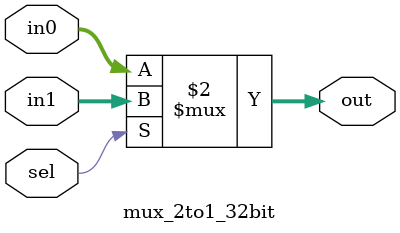
<source format=v>

module mux_2to1_32bit (out, in0, in1, sel);
input [31:0] in0;
input [31:0] in1;
input sel;
output [31:0] out;

assign out = (sel == 1'b0) ? in0 : in1;

endmodule
    
</source>
